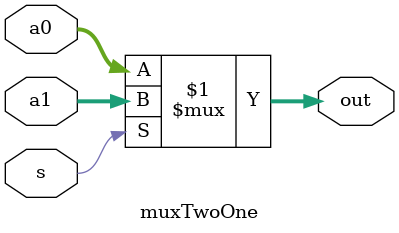
<source format=sv>
`timescale 1ns / 1ps


// MUX 2 TO 1
module muxTwoOne( input logic [3:0] a0, a1, 
                  input logic s,
                  output logic [3:0] out);
    
    assign out = s ? a1 : a0;
    
endmodule

</source>
